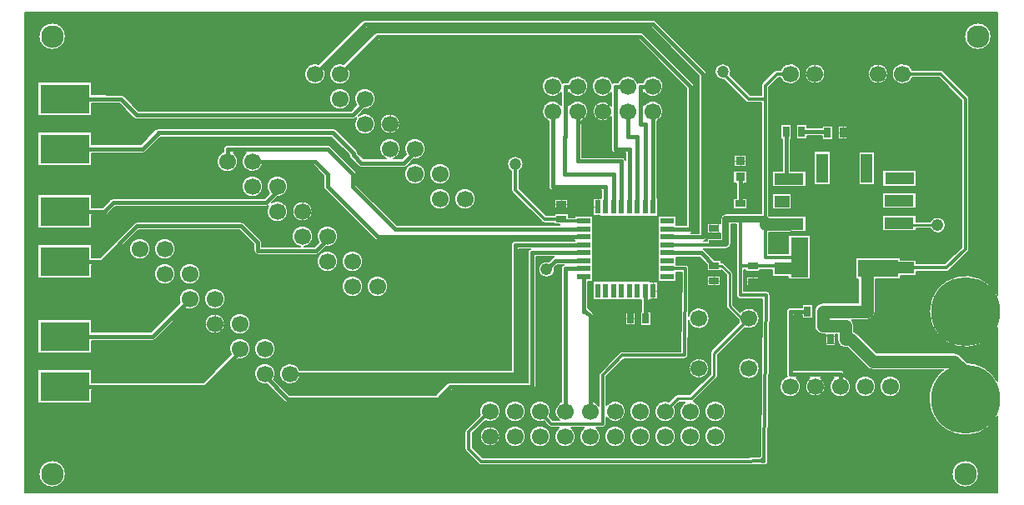
<source format=gtl>
G04 EasyPC Gerber Version 21.0.3 Build 4286 *
G04 #@! TF.Part,Single*
G04 #@! TF.FileFunction,Copper,L1,Top *
G04 #@! TF.FilePolarity,Positive *
%FSLAX24Y24*%
%MOIN*%
G04 #@! TA.AperFunction,SMDPad*
%ADD23R,0.02362X0.05807*%
%ADD25R,0.02559X0.03937*%
%ADD29R,0.04724X0.11811*%
%ADD73R,0.06969X0.16024*%
G04 #@! TD.AperFunction*
%ADD70C,0.00400*%
%ADD13C,0.00500*%
%ADD16C,0.01000*%
%ADD75C,0.01181*%
%ADD77C,0.01496*%
%ADD74C,0.01500*%
G04 #@! TA.AperFunction,WasherPad*
%ADD21C,0.02362*%
G04 #@! TD.AperFunction*
%ADD80C,0.02500*%
G04 #@! TA.AperFunction,ViaPad*
%ADD79C,0.04724*%
%ADD78C,0.04800*%
G04 #@! TD.AperFunction*
%ADD76C,0.05000*%
G04 #@! TA.AperFunction,ComponentPad*
%ADD11C,0.06693*%
G04 #@! TA.AperFunction,WasherPad*
%ADD20C,0.09055*%
%ADD10C,0.27559*%
G04 #@! TA.AperFunction,SMDPad*
%ADD22R,0.05807X0.02362*%
%ADD24R,0.03937X0.02559*%
%ADD26R,0.03740X0.03346*%
%ADD28R,0.05906X0.04724*%
%ADD27R,0.11811X0.04724*%
%ADD72R,0.16024X0.06969*%
G04 #@! TA.AperFunction,WasherPad*
%ADD71R,0.19685X0.11811*%
X0Y0D02*
D02*
D10*
X40525Y6025D03*
Y9525D03*
D02*
D11*
X7525Y12025D03*
X8525Y11025D03*
Y12025D03*
X9525Y10025D03*
Y11025D03*
X10525Y9025D03*
Y10025D03*
X11025Y15525D03*
X11525Y8025D03*
Y9025D03*
X12025Y14525D03*
Y15525D03*
X12525Y7025D03*
Y8025D03*
X13025Y13525D03*
Y14525D03*
X13525Y7025D03*
X14025Y12525D03*
Y13525D03*
X14525Y19025D03*
X15025Y11525D03*
Y12525D03*
X15525Y18025D03*
Y19025D03*
X16025Y10525D03*
Y11525D03*
X16525Y17025D03*
Y18025D03*
X17025Y10525D03*
X17525Y16025D03*
Y17025D03*
X18525Y15025D03*
Y16025D03*
X19525Y14025D03*
Y15025D03*
X20525Y14025D03*
X21525Y4525D03*
Y5525D03*
X22525Y4525D03*
Y5525D03*
X23525Y4525D03*
Y5525D03*
X24025Y17525D03*
Y18525D03*
X24525Y4525D03*
Y5525D03*
X25025Y17525D03*
Y18525D03*
X25525Y4525D03*
Y5525D03*
X26025Y17525D03*
Y18525D03*
X26525Y4525D03*
Y5525D03*
X27025Y17525D03*
Y18525D03*
X27525Y4525D03*
Y5525D03*
X28025Y17525D03*
Y18525D03*
X28525Y4525D03*
Y5525D03*
X29525Y4525D03*
Y5525D03*
X29875Y7245D03*
Y9245D03*
X30525Y4525D03*
Y5525D03*
X31875Y7245D03*
Y9245D03*
X33525Y6525D03*
X33533Y19025D03*
X34517D03*
X34525Y6525D03*
X35525D03*
X36525D03*
X37033Y19025D03*
X37525Y6525D03*
X38017Y19025D03*
D02*
D13*
X2940Y21468D02*
Y2283D01*
X41810*
Y5320*
G75*
G02X39059Y6025I-1285J705*
G01*
G75*
G02X39631Y7187I1466J0*
G01*
X36830*
G75*
G02X36591Y7286J338*
G01*
X35812Y8065*
X35747*
G75*
G02X35566Y8118J338*
G01*
X35531*
Y8143*
G75*
G02X35409Y8403I216J260*
G01*
Y8616*
X35330*
Y8141*
X34944*
Y8616*
X34830*
G75*
G02X34492Y8954J338*
G01*
Y9525*
G75*
G02X34614Y9785I338*
G01*
Y9810*
X34648*
G75*
G02X34830Y9863I182J-285*
G01*
X36254*
Y10805*
X36152*
Y11678*
X37930*
Y11589*
X38570*
Y11428*
X39698*
X40362Y12092*
Y17958*
X39458Y18862*
X38407*
G75*
G02X37594Y19025I-390J163*
G01*
G75*
G02X38407Y19188I423*
G01*
X39525*
G75*
G02X39640Y19140I0J-163*
G01*
X40640Y18140*
G75*
G02X40688Y18025I-115J-115*
G01*
Y12025*
G75*
G02X40640Y11910I-163*
G01*
X39880Y11150*
G75*
G02X39765Y11102I-115J115*
G01*
X38570*
Y10941*
X37930*
Y10805*
X36930*
Y9525*
G75*
G02X36592Y9187I-338*
G01*
X35992*
G75*
G02X36085Y8954I-245J-233*
G01*
Y8714*
G75*
G02X36191Y8642I-133J-311*
G01*
X36970Y7863*
X40078*
G75*
G02X40317Y7764J-338*
G01*
X40591Y7489*
G75*
G02X41810Y6730I-67J-1464*
G01*
Y8869*
G75*
G02X39082Y9525I-1285J656*
G01*
G75*
G02X41810Y10181I1443*
G01*
Y21468*
X2940*
X11102Y8025D02*
G75*
G02X11948I423D01*
G01*
G75*
G02X11443Y7610I-423*
G01*
X10243Y6410*
G75*
G02X10127Y6362I-115J115*
G01*
X5597*
Y5846*
X3453*
Y7204*
X5597*
Y6688*
X10060*
X11169Y7797*
G75*
G02X11102Y8025I356J228*
G01*
X3484Y3025D02*
G75*
G02X4566I541D01*
G01*
G75*
G02X3484I-541*
G01*
X9102Y10025D02*
G75*
G02X9948I423D01*
G01*
G75*
G02X9383Y9627I-423*
G01*
X8168Y8399*
G75*
G02X8041Y8346I-127J126*
G01*
X5597*
Y7846*
X3453*
Y9204*
X5597*
Y8704*
X7966*
X9129Y9879*
G75*
G02X9102Y10025I396J147*
G01*
X14602Y12525D02*
G75*
G02X15448I423D01*
G01*
G75*
G02X14967Y12106I-423*
G01*
X14692Y11831*
G75*
G02X14576Y11783I-115J115*
G01*
X12253*
G75*
G02X12090Y11946J163*
G01*
Y12194*
X11517Y12768*
X7478*
X6189Y11478*
G75*
G02X6033Y11362I-156J47*
G01*
X5597*
Y10846*
X3453*
Y12204*
X5597*
Y11688*
X5938*
X7295Y13046*
G75*
G02X7411Y13094I115J-115*
G01*
X11584*
G75*
G02X11699Y13046J-163*
G01*
X12368Y12377*
G75*
G02X12416Y12261I-115J-115*
G01*
Y12109*
X13949*
G75*
G02X13602Y12525I76J416*
G01*
G75*
G02X14448I423*
G01*
G75*
G02X14101Y12109I-423*
G01*
X14509*
X14680Y12281*
G75*
G02X14602Y12525I345J244*
G01*
Y11525D02*
G75*
G02X15448I423D01*
G01*
G75*
G02X14602I-423*
G01*
X33456Y12582D02*
X34329D01*
Y10804*
X33456*
Y10906*
X32807*
Y11167*
X32310*
Y11114*
X31740*
Y11167*
X31688*
Y10337*
X32568*
G75*
G02X32731Y10175J-163*
G01*
G75*
G02Y10172I-161J-1*
G01*
X32652Y3796*
Y3525*
Y3525*
Y3525*
G75*
G02X32489Y3362I-163*
G01*
X32427*
G75*
G02X32317Y3391I-16J163*
G01*
X31531Y3362*
G75*
G02X31525Y3362I-6J164*
G01*
X21179*
G75*
G02X21063Y3410I0J163*
G01*
X20563Y3910*
G75*
G02X20516Y4025I115J115*
G01*
Y4698*
G75*
G02X20563Y4813I163*
G01*
X21129Y5378*
G75*
G02X21102Y5525I396J147*
G01*
G75*
G02X21948I423*
G01*
G75*
G02X21351Y5140I-423*
G01*
X20841Y4631*
Y4092*
X21246Y3688*
X31522*
X32297Y3716*
G75*
G02X32327Y3739I114J-116*
G01*
Y3797*
G75*
G02Y3799I161J1*
G01*
X32404Y10012*
X31525*
G75*
G02X31362Y10175J163*
G01*
Y13004*
X31240*
Y13007*
X31167*
Y12232*
G75*
G02X30954Y12019I-213*
G01*
X30767*
Y12016*
X30197*
Y12020*
X30064*
G75*
G02X30097Y11993I-94J-152*
G01*
X30520Y11562*
X30767*
Y11484*
X30776*
G75*
G02X30874Y11443I0J-138*
G01*
X31193Y11124*
G75*
G02X31234Y11027I-98J-98*
G01*
Y9785*
X31530Y9489*
G75*
G02X32298Y9245I345J-244*
G01*
G75*
G02X31706Y8858I-423J0*
G01*
X30635Y7788*
Y6946*
G75*
G02X30590Y6837I-154*
G01*
X29685Y5932*
G75*
G02X29673Y5921I-109J109*
G01*
G75*
G02X29948Y5525I-148J-396*
G01*
G75*
G02X29102I-423*
G01*
G75*
G02X29307Y5887I423*
G01*
X29090*
X28909Y5701*
G75*
G02X28948Y5525I-384J-176*
G01*
G75*
G02X28102I-423*
G01*
G75*
G02X28689Y5915I423*
G01*
X28914Y6148*
G75*
G02X29025Y6194I111J-107*
G01*
X29513*
X30328Y7010*
Y7852*
G75*
G02X30373Y7961I154*
G01*
X31488Y9076*
G75*
G02X31460Y9169I387J170*
G01*
X30998Y9630*
G75*
G02X30958Y9728I98J98*
G01*
Y10969*
X30767Y11161*
Y11130*
X30197*
Y11381*
X29895Y11689*
X28985*
Y11385*
X29340*
G75*
G02X29487Y11238I0J-147*
G01*
G75*
G02Y11236I-146J-1*
G01*
X29466Y9349*
G75*
G02X30298Y9245I410J-103*
G01*
G75*
G02X29463Y9152I-423*
G01*
X29448Y7771*
G75*
G02X29300Y7626I-147J2*
G01*
X26881*
X26180Y6925*
Y5769*
G75*
G02X26948Y5525I345J-244*
G01*
G75*
G02X26180Y5281I-423*
G01*
Y5017*
G75*
G02X26033Y4870I-147*
G01*
X25769*
G75*
G02X25948Y4525I-244J-345*
G01*
G75*
G02X25102I-423*
G01*
G75*
G02X25281Y4870I423*
G01*
X24769*
G75*
G02X24948Y4525I-244J-345*
G01*
G75*
G02X24102I-423*
G01*
G75*
G02X24281Y4870I423*
G01*
X23986*
G75*
G02X23881Y4913I0J147*
G01*
X23668Y5127*
G75*
G02X23102Y5525I-143J398*
G01*
G75*
G02X23948I423*
G01*
G75*
G02X23893Y5318I-423J0*
G01*
X24047Y5164*
X24305*
G75*
G02X24362Y5915I220J361*
G01*
Y11238*
G75*
G02X24466Y11390I163*
G01*
X24211*
X24105Y11284*
G75*
G02X24117Y11198I-317J-86*
G01*
G75*
G02X23461I-328*
G01*
G75*
G02X23875Y11515I328*
G01*
X24028Y11668*
G75*
G02X24084Y11705I115J-115*
G01*
X23361*
Y6525*
G75*
G02X23198Y6362I-163*
G01*
X19998*
X19688Y6052*
Y6025*
G75*
G02X19525Y5862I-163*
G01*
X13434*
G75*
G02X13319Y5910J163*
G01*
X12617Y6612*
G75*
G02X12102Y7025I-92J413*
G01*
G75*
G02X12948I423*
G01*
G75*
G02X12886Y6804I-423J0*
G01*
X13502Y6188*
X19377*
G75*
G02X19410Y6235I148J-69*
G01*
X19815Y6640*
G75*
G02X19931Y6688I115J-115*
G01*
X23035*
Y11868*
G75*
G02X23139Y12019I163*
G01*
X22688*
Y7025*
G75*
G02X22525Y6862I-163*
G01*
X13915*
G75*
G02X13102Y7025I-390J163*
G01*
G75*
G02X13915Y7188I423*
G01*
X22362*
Y12182*
G75*
G02X22525Y12345I163*
G01*
X24892*
Y12362*
X17025*
G75*
G02X16910Y12410J163*
G01*
X14910Y14410*
G75*
G02X14862Y14525I115J115*
G01*
Y14957*
X14457Y15362*
X12415*
G75*
G02X11602Y15525I-390J163*
G01*
G75*
G02X11770Y15862I423*
G01*
X11280*
G75*
G02X11448Y15525I-255J-337*
G01*
G75*
G02X10602I-423*
G01*
G75*
G02X10862Y15915I423*
G01*
Y16025*
G75*
G02X11025Y16188I163*
G01*
X15025*
G75*
G02X15140Y16140J-163*
G01*
X16140Y15140*
G75*
G02X16188Y15025I-115J-115*
G01*
Y14593*
X17805Y12975*
X24321*
G75*
G02X24278Y13000I58J152*
G01*
X24094*
Y13053*
X23708*
G75*
G02X23593Y13101I0J163*
G01*
X22422Y14272*
G75*
G02X22374Y14387I115J115*
G01*
Y15130*
G75*
G02X22213Y15411I163J280*
G01*
G75*
G02X22861I324*
G01*
G75*
G02X22700Y15130I-324*
G01*
Y14455*
X23776Y13379*
X24094*
Y13432*
X24664*
Y13290*
X24892*
Y13333*
X25648*
Y10735*
X27932*
Y10712*
X28224*
Y10001*
X27932*
Y9978*
X27889*
Y9515*
X27971*
Y8945*
X27539*
Y9515*
X27563*
Y9978*
X25630*
Y10717*
X25433*
Y9664*
G75*
G02X25463Y9640I-85J-139*
G01*
X25640Y9463*
G75*
G02X25688Y9348I-115J-115*
G01*
Y5915*
G75*
G02X25886Y5745I-163J-390*
G01*
Y6986*
G75*
G02X25929Y7090I147J0*
G01*
X26716Y7877*
G75*
G02X26820Y7920I104J-104*
G01*
X29155*
X29191Y11091*
X28985*
Y10717*
X28229*
Y13315*
X25945*
Y13338*
X25653*
Y14049*
X25945*
Y14072*
X25988*
Y14362*
X24025*
G75*
G02X23862Y14525J163*
G01*
Y17135*
G75*
G02X23602Y17525I163J390*
G01*
G75*
G02X24362Y17780I423*
G01*
Y18270*
G75*
G02X23602Y18525I-337J255*
G01*
G75*
G02X24427Y18655I423*
G01*
G75*
G02X24525Y18688I98J-130*
G01*
X24635*
G75*
G02X25448Y18525I390J-163*
G01*
G75*
G02X24688Y18270I-423*
G01*
Y17780*
G75*
G02X25448Y17525I337J-255*
G01*
G75*
G02X25188Y17135I-423*
G01*
Y17031*
G75*
G02X25212Y16946I-139J-85*
G01*
Y15692*
X26781*
G75*
G02X26933Y15588J-163*
G01*
Y15862*
X26525*
G75*
G02X26362Y16025J163*
G01*
Y17310*
G75*
G02X25625Y17525I-337J215*
G01*
G75*
G02X26362Y17740I400*
G01*
Y18270*
G75*
G02X25602Y18525I-337J255*
G01*
G75*
G02X26427Y18655I423*
G01*
G75*
G02X26525Y18688I98J-130*
G01*
X26635*
G75*
G02X27427Y18655I390J-163*
G01*
G75*
G02X27525Y18688I98J-130*
G01*
X27635*
G75*
G02X28448Y18525I390J-163*
G01*
G75*
G02X27688Y18270I-423*
G01*
Y17780*
G75*
G02X28448Y17525I337J-255*
G01*
G75*
G02X28219Y17150I-423*
G01*
Y14072*
X28247*
Y13333*
X28985*
Y12975*
X29362*
Y18457*
X27457Y20362*
X17093*
X15916Y19185*
G75*
G02X15948Y19025I-391J-160*
G01*
G75*
G02X15102I-423*
G01*
G75*
G02X15685Y19416I423*
G01*
X16910Y20640*
G75*
G02X17025Y20688I115J-115*
G01*
X27525*
G75*
G02X27640Y20640J-163*
G01*
X29640Y18640*
G75*
G02X29688Y18525I-115J-115*
G01*
Y12812*
G75*
G02X29584Y12660I-163*
G01*
X29862*
Y18957*
X27957Y20862*
X16593*
X14916Y19185*
G75*
G02X14948Y19025I-391J-160*
G01*
G75*
G02X14102I-423*
G01*
G75*
G02X14685Y19416I423*
G01*
X16410Y21140*
G75*
G02X16525Y21188I115J-115*
G01*
X28025*
G75*
G02X28140Y21140J-163*
G01*
X30140Y19140*
G75*
G02X30188Y19025I-115J-115*
G01*
Y12497*
G75*
G02X30083Y12345I-163*
G01*
X30197*
Y12448*
X30741*
Y12649*
X30220*
Y13035*
X30741*
Y13220*
G75*
G02X30954Y13433I213*
G01*
X31240*
Y13436*
X31810*
Y13433*
X32362*
Y17862*
X31860*
G75*
G02X31745Y17910I0J163*
G01*
X30866Y18789*
G75*
G02X30512Y19112I-30J323*
G01*
G75*
G02X31160I324*
G01*
G75*
G02X31133Y18982I-324J0*
G01*
X31927Y18188*
X32362*
Y18549*
G75*
G02X32410Y18664I163*
G01*
X32886Y19140*
G75*
G02X33002Y19188I115J-115*
G01*
X33143*
G75*
G02X33956Y19025I390J-163*
G01*
G75*
G02X33143Y18862I-423*
G01*
X33069*
X32688Y18481*
Y13359*
X33482*
G75*
G02X33577Y13345J-338*
G01*
X34160*
Y12697*
X33577*
G75*
G02X33482Y12683I-96J324*
G01*
X32688*
Y11856*
X33456*
Y12582*
X15602Y10525D02*
G75*
G02X16448I423D01*
G01*
G75*
G02X15602I-423*
G01*
Y11525D02*
G75*
G02X16448I423D01*
G01*
G75*
G02X15602I-423*
G01*
X16602Y10525D02*
G75*
G02X17448I423D01*
G01*
G75*
G02X16602I-423*
G01*
X12602Y14525D02*
G75*
G02X13448I423D01*
G01*
G75*
G02X13026Y14102I-423*
G01*
X12815Y13892*
G75*
G02X13448Y13525I210J-367*
G01*
G75*
G02X12602I-423*
G01*
G75*
G02X12663Y13742I423J0*
G01*
G75*
G02X12568Y13712I-94J133*
G01*
X6533*
X6310Y13489*
G75*
G02X6151Y13362I-159J36*
G01*
X5597*
Y12846*
X3453*
Y14204*
X5597*
Y13688*
X6048*
X6351Y13991*
G75*
G02X6466Y14038I115J-115*
G01*
X12501*
X12708Y14246*
G75*
G02X12602Y14525I317J279*
G01*
X13625Y13525D02*
G75*
G02X14425I400D01*
G01*
G75*
G02X13625I-400*
G01*
X11602Y14525D02*
G75*
G02X12448I423D01*
G01*
G75*
G02X11602I-423*
G01*
X26952Y9492D02*
X27338D01*
Y8968*
X26952*
Y9492*
X24118Y14019D02*
X24641D01*
Y13633*
X24118*
Y14019*
X18102Y16025D02*
G75*
G02X18948I423D01*
G01*
G75*
G02X18487Y15604I-423*
G01*
X18206Y15324*
G75*
G02X18080Y15271I-126J126*
G01*
X16387*
G75*
G02X16261Y15324J179*
G01*
X15946Y15639*
G75*
G02X15894Y15765I126J127*
G01*
Y15770*
X15171Y16492*
X8352*
X7775Y15900*
G75*
G02X7647Y15846I-128J125*
G01*
X5597*
Y15346*
X3453*
Y16704*
X5597*
Y16204*
X7572*
X8149Y16795*
G75*
G02X8277Y16849I128J-125*
G01*
X15245*
G75*
G02X15372Y16797I0J-179*
G01*
X16199Y15970*
G75*
G02X16251Y15844I-126J-126*
G01*
Y15844*
Y15844*
Y15839*
X16461Y15629*
X17377*
G75*
G02X17102Y16025I148J396*
G01*
G75*
G02X17948I423*
G01*
G75*
G02X17673Y15629I-423*
G01*
X18006*
X18171Y15794*
G75*
G02X18102Y16025I354J231*
G01*
Y15025D02*
G75*
G02X18948I423D01*
G01*
G75*
G02X18102I-423*
G01*
X17125Y17025D02*
G75*
G02X17925I400D01*
G01*
G75*
G02X17125I-400*
G01*
X19102Y14025D02*
G75*
G02X19948I423D01*
G01*
G75*
G02X19102I-423*
G01*
Y15025D02*
G75*
G02X19948I423D01*
G01*
G75*
G02X19102I-423*
G01*
X20102Y14025D02*
G75*
G02X20948I423D01*
G01*
G75*
G02X20102I-423*
G01*
X16102Y18025D02*
G75*
G02X16948I423D01*
G01*
G75*
G02X16509Y17603I-423*
G01*
X16263Y17356*
G75*
G02X16948Y17025I262J-331*
G01*
G75*
G02X16102I-423*
G01*
G75*
G02X16194Y17287I423J0*
G01*
X16159Y17253*
G75*
G02X16033Y17201I-127J126*
G01*
X7411*
G75*
G02X7284Y17253J179*
G01*
X6706Y17831*
X5597Y17839*
Y17346*
X3453*
Y18704*
X5597*
Y18196*
X6782Y18188*
G75*
G02X6908Y18135I-1J-179*
G01*
X7485Y17558*
X15959*
X16181Y17780*
G75*
G02X16102Y18025I344J245*
G01*
X15102D02*
G75*
G02X15948I423D01*
G01*
G75*
G02X15102I-423*
G01*
X31688Y14046D02*
X31810D01*
Y13614*
X31240*
Y14046*
X31362*
Y14644*
X31250*
Y15154*
X31800*
Y14644*
X31688*
Y14046*
X31273Y15761D02*
X31777D01*
Y15297*
X31273*
Y15761*
X34803Y16956D02*
X35235D01*
Y16386*
X34803*
Y16547*
X34192*
Y16425*
X33760*
Y16995*
X34192*
Y16873*
X34803*
Y16956*
X34480Y15928D02*
X35129D01*
Y14571*
X34480*
Y15928*
X33529Y15148D02*
X34168D01*
Y14500*
X32811*
Y15148*
X33203*
Y16425*
X33150*
Y16995*
X33581*
Y16425*
X33529*
Y15148*
X32808Y14247D02*
X33575D01*
Y13598*
X32808*
Y14247*
X35688Y6915D02*
G75*
G02X35948Y6525I-163J-390D01*
G01*
G75*
G02X35102I-423*
G01*
G75*
G02X35270Y6862I423*
G01*
X34740*
G75*
G02X34925Y6525I-215J-337*
G01*
G75*
G02X34125I-400*
G01*
G75*
G02X34310Y6862I400*
G01*
X33780*
G75*
G02X33948Y6525I-255J-337*
G01*
G75*
G02X33102I-423*
G01*
G75*
G02X33395Y6927I423*
G01*
G75*
G02X33362Y7025I130J98*
G01*
Y9525*
G75*
G02X33525Y9688I163*
G01*
X34004*
Y9810*
X34436*
Y9240*
X34004*
Y9362*
X33688*
Y7188*
X35525*
G75*
G02X35688Y7025J-163*
G01*
Y6915*
X31763Y10913D02*
X32287D01*
Y10527*
X31763*
Y10913*
X21125Y4525D02*
G75*
G02X21925I400D01*
G01*
G75*
G02X21125I-400*
G01*
X31453Y7245D02*
G75*
G02X32298I423D01*
G01*
G75*
G02X31453I-423*
G01*
X30102Y4525D02*
G75*
G02X30948I423D01*
G01*
G75*
G02X30102I-423*
G01*
Y5525D02*
G75*
G02X30948I423D01*
G01*
G75*
G02X30102I-423*
G01*
X29102Y4525D02*
G75*
G02X29948I423D01*
G01*
G75*
G02X29102I-423*
G01*
X30220Y10929D02*
X30744D01*
Y10543*
X30220*
Y10929*
X29476Y7245D02*
G75*
G02X30275I400D01*
G01*
G75*
G02X29476I-400*
G01*
X27102Y4525D02*
G75*
G02X27948I423D01*
G01*
G75*
G02X27102I-423*
G01*
Y5525D02*
G75*
G02X27948I423D01*
G01*
G75*
G02X27102I-423*
G01*
X28102Y4525D02*
G75*
G02X28948I423D01*
G01*
G75*
G02X28102I-423*
G01*
X26102D02*
G75*
G02X26948I423D01*
G01*
G75*
G02X26102I-423*
G01*
X22102D02*
G75*
G02X22948I423D01*
G01*
G75*
G02X22102I-423*
G01*
Y5525D02*
G75*
G02X22948I423D01*
G01*
G75*
G02X22102I-423*
G01*
X23102Y4525D02*
G75*
G02X23948I423D01*
G01*
G75*
G02X23102I-423*
G01*
X12102Y8025D02*
G75*
G02X12948I423D01*
G01*
G75*
G02X12102I-423*
G01*
X8102Y11025D02*
G75*
G02X8948I423D01*
G01*
G75*
G02X8102I-423*
G01*
Y12025D02*
G75*
G02X8948I423D01*
G01*
G75*
G02X8102I-423*
G01*
X9102Y11025D02*
G75*
G02X9948I423D01*
G01*
G75*
G02X9102I-423*
G01*
X10102Y10025D02*
G75*
G02X10948I423D01*
G01*
G75*
G02X10102I-423*
G01*
X10125Y9025D02*
G75*
G02X10925I400D01*
G01*
G75*
G02X10125I-400*
G01*
X11102D02*
G75*
G02X11948I423D01*
G01*
G75*
G02X11102I-423*
G01*
X7102Y12025D02*
G75*
G02X7948I423D01*
G01*
G75*
G02X7102I-423*
G01*
X3484Y20525D02*
G75*
G02X4566I541D01*
G01*
G75*
G02X3484I-541*
G01*
X34117Y19025D02*
G75*
G02X34917I400D01*
G01*
G75*
G02X34117I-400*
G01*
X35436Y16932D02*
X35822D01*
Y16409*
X35436*
Y16932*
X36264Y15924D02*
X36912D01*
Y14567*
X36264*
Y15924*
X36633Y19025D02*
G75*
G02X37433I400D01*
G01*
G75*
G02X36633I-400*
G01*
X39121Y13108D02*
G75*
G02X39747Y12970I298J-138D01*
G01*
G75*
G02X39121Y12832I-328*
G01*
X38566*
Y12736*
X37209*
Y13385*
X38566*
Y13108*
X39121*
X37209Y14282D02*
X38566D01*
Y13634*
X37209*
Y14282*
X37213Y15172D02*
X38570D01*
Y14524*
X37213*
Y15172*
X40484Y20525D02*
G75*
G02X41566I541D01*
G01*
G75*
G02X40484I-541*
G01*
X39984Y3025D02*
G75*
G02X41066I541D01*
G01*
G75*
G02X39984I-541*
G01*
X37102Y6525D02*
G75*
G02X37948I423D01*
G01*
G75*
G02X37102I-423*
G01*
X36102D02*
G75*
G02X36948I423D01*
G01*
G75*
G02X36102I-423*
G01*
X2965Y3025D02*
G36*
Y2308D01*
X41785*
Y3025*
X41066*
G75*
G02X39984I-541*
G01*
X4566*
G75*
G02X3484I-541*
G01*
X2965*
G37*
X32661Y4525D02*
G36*
X32652Y3796D01*
Y3525*
Y3525*
Y3525*
G75*
G02X32489Y3362I-163*
G01*
X32427*
G75*
G02X32317Y3391I-16J163*
G01*
X31531Y3362*
G75*
G02X31525Y3362I-8J238*
G01*
X21179*
G75*
G02X21063Y3410I0J163*
G01*
X20563Y3910*
G75*
G02X20516Y4025I115J115*
G01*
Y4525*
X2965*
Y3025*
X3484*
G75*
G02X4566I541*
G01*
X39984*
G75*
G02X41066I541*
G01*
X41785*
Y4525*
X32661*
G37*
X32336D02*
G36*
X30948D01*
G75*
G02X30102I-423*
G01*
X29948*
G75*
G02X29102I-423*
G01*
X28948*
G75*
G02X28102I-423*
G01*
X27948*
G75*
G02X27102I-423*
G01*
X26948*
G75*
G02X26102I-423*
G01*
X25948*
G75*
G02X25102I-423*
G01*
X24948*
G75*
G02X24102I-423*
G01*
X23948*
G75*
G02X23102I-423*
G01*
X22948*
G75*
G02X22102I-423*
G01*
X21925*
G75*
G02X21125I-400*
G01*
X20841*
Y4092*
X21246Y3688*
X31522*
X32297Y3716*
G75*
G02X32327Y3739I114J-117*
G01*
Y3797*
Y3799*
X32336Y4525*
G37*
X39147Y5525D02*
G36*
X32674D01*
X32661Y4525*
X41785*
Y5276*
G75*
G02X39147Y5525I-1260J749*
G01*
G37*
X21102D02*
G36*
X2965D01*
Y4525*
X20516*
Y4698*
G75*
G02X20563Y4813I163J0*
G01*
X21129Y5378*
G75*
G02X21102Y5525I397J147*
G01*
G37*
X24102Y4525D02*
G36*
Y4525D01*
G75*
G02X24281Y4870I422*
G01*
X23986*
G75*
G02X23881Y4913I0J147*
G01*
X23668Y5127*
G75*
G02X23102Y5525I-143J398*
G01*
X22948*
G75*
G02X22102I-423*
G01*
X21948*
G75*
G02X21351Y5140I-423*
G01*
X20841Y4631*
Y4525*
X21125*
G75*
G02X21925I400*
G01*
X22102*
G75*
G02X22948I423*
G01*
X23102*
G75*
G02X23948I423*
G01*
X24102*
G37*
X25102D02*
G36*
Y4525D01*
G75*
G02X25281Y4870I422*
G01*
X24769*
G75*
G02X24948Y4525I-244J-345*
G01*
Y4525*
X25102*
G37*
X24102Y5525D02*
G36*
X23948D01*
G75*
G02X23893Y5318I-423J0*
G01*
X24047Y5164*
X24305*
G75*
G02X24102Y5525I220J361*
G01*
G37*
X32348D02*
G36*
X30948D01*
G75*
G02X30102I-423*
G01*
X29948*
G75*
G02X29102I-423*
G01*
X28948*
G75*
G02X28102I-423*
G01*
X27948*
G75*
G02X27102I-423*
G01*
X26948*
Y5525*
G75*
G02X26180Y5281I-423*
G01*
Y5017*
G75*
G02X26033Y4870I-147*
G01*
X25769*
G75*
G02X25948Y4525I-244J-345*
G01*
Y4525*
X26102*
G75*
G02X26948I423*
G01*
X27102*
G75*
G02X27948I423*
G01*
X28102*
G75*
G02X28948I423*
G01*
X29102*
G75*
G02X29948I423*
G01*
X30102*
G75*
G02X30948I423*
G01*
X32336*
X32348Y5525*
G37*
X39147Y6525D02*
G36*
X37948D01*
G75*
G02X37102I-423*
G01*
X36948*
G75*
G02X36102I-423*
G01*
X35948*
G75*
G02X35102I-423*
G01*
X34925*
G75*
G02X34125I-400*
G01*
X33948*
G75*
G02X33102I-423*
G01*
X32686*
X32674Y5525*
X39147*
G75*
G02X39059Y6025I1378J500*
G01*
G75*
G02X39147Y6525I1466J0*
G01*
G37*
X19700D02*
G36*
X13165D01*
X13502Y6188*
X19377*
G75*
G02X19410Y6235I149J-69*
G01*
X19700Y6525*
G37*
X25886D02*
G36*
X25688D01*
Y5915*
G75*
G02X25886Y5745I-163J-390*
G01*
Y6525*
G37*
X24102Y5525D02*
G36*
G75*
G02X24362Y5915I423D01*
G01*
Y6525*
X23361*
G75*
G02X23198Y6362I-163*
G01*
X19998*
X19688Y6052*
Y6025*
G75*
G02X19525Y5862I-163*
G01*
X13434*
G75*
G02X13319Y5910I0J163*
G01*
X12704Y6525*
X10358*
X10243Y6410*
G75*
G02X10127Y6362I-115J115*
G01*
X5597*
Y5846*
X3453*
Y6525*
X2965*
Y5525*
X21102*
G75*
G02X21948I423*
G01*
X22102*
G75*
G02X22948I423*
G01*
X23102*
G75*
G02X23948I423*
G01*
X24102*
G37*
X29102D02*
G36*
G75*
G02X29307Y5887I423J0D01*
G01*
X29090*
X28909Y5701*
G75*
G02X28948Y5525I-385J-176*
G01*
X29102*
G37*
X29843Y6525D02*
G36*
X26180D01*
Y5769*
G75*
G02X26948Y5525I345J-244*
G01*
Y5525*
X27102*
G75*
G02X27948I423*
G01*
X28102*
G75*
G02X28689Y5915I423*
G01*
X28914Y6148*
G75*
G02X29025Y6194I111J-107*
G01*
X29513*
X29843Y6525*
G37*
X32360D02*
G36*
X30278D01*
X29685Y5932*
G75*
G02X29673Y5921I-110J110*
G01*
G75*
G02X29948Y5525I-148J-396*
G01*
Y5525*
X30102*
G75*
G02X30948I423*
G01*
X32348*
X32360Y6525*
G37*
X3453D02*
G36*
Y7147D01*
X2965*
Y6525*
X3453*
G37*
X10519Y7147D02*
G36*
X5597D01*
Y6688*
X10060*
X10519Y7147*
G37*
X12704Y6525D02*
G36*
X12617Y6612D01*
G75*
G02X12102Y7025I-92J413*
G01*
Y7025*
G75*
G02X12120Y7147I423J0*
G01*
X10980*
X10358Y6525*
X12704*
G37*
X23035Y7147D02*
G36*
X22688D01*
Y7025*
G75*
G02X22525Y6862I-163*
G01*
X13915*
G75*
G02X13102Y7025I-390J163*
G01*
G75*
G02X13120Y7147I423J0*
G01*
X12930*
G75*
G02X12948Y7025I-405J-122*
G01*
G75*
G02X12886Y6804I-423*
G01*
X13165Y6525*
X19700*
X19815Y6640*
G75*
G02X19931Y6688I115J-115*
G01*
X23035*
Y7147*
G37*
X24362D02*
G36*
X23361D01*
Y6525*
X24362*
Y7147*
G37*
X25986D02*
G36*
X25688D01*
Y6525*
X25886*
Y6986*
Y6986*
G75*
G02X25929Y7090I147*
G01*
X25986Y7147*
G37*
X30328D02*
G36*
X30263D01*
G75*
G02X29488I-387J98*
G01*
X26402*
X26180Y6925*
Y6525*
X29843*
X30328Y7010*
Y7147*
G37*
X32368D02*
G36*
X32286D01*
G75*
G02X31464I-411J98*
G01*
X30635*
Y6946*
Y6946*
G75*
G02X30590Y6837I-154*
G01*
X30278Y6525*
X32360*
X32368Y7147*
G37*
X34125Y6525D02*
G36*
G75*
G02X34310Y6862I400J0D01*
G01*
X33780*
G75*
G02X33948Y6525I-255J-337*
G01*
X34125*
G37*
X33362Y7147D02*
G36*
X32694D01*
X32686Y6525*
X33102*
G75*
G02X33395Y6927I423J0*
G01*
G75*
G02X33362Y7025I130J98*
G01*
Y7025*
Y7147*
G37*
X35102Y6525D02*
G36*
G75*
G02X35270Y6862I423D01*
G01*
X34740*
G75*
G02X34925Y6525I-215J-337*
G01*
X35102*
G37*
X39147D02*
G36*
G75*
G02X39582Y7147I1378J-500D01*
G01*
X35633*
G75*
G02X35688Y7025I-108J-122*
G01*
Y6915*
G75*
G02X35948Y6525I-163J-390*
G01*
X36102*
G75*
G02X36948I423*
G01*
X37102*
G75*
G02X37948I423*
G01*
X39147*
G37*
X41785Y6774D02*
G36*
Y7147D01*
X41468*
G75*
G02X41785Y6774I-944J-1122*
G01*
G37*
X11102Y8025D02*
G36*
X5597D01*
Y7846*
X3453*
Y8025*
X2965*
Y7147*
X3453*
Y7204*
X5597*
Y7147*
X10519*
X11169Y7797*
G75*
G02X11102Y8025I356J228*
G01*
G37*
X22362D02*
G36*
X12948D01*
G75*
G02X12102I-423*
G01*
X11948*
Y8025*
G75*
G02X11443Y7610I-423*
G01*
X10980Y7147*
X12120*
G75*
G02X12930I405J-122*
G01*
X13120*
G75*
G02X13915Y7188I405J-122*
G01*
X22362*
Y8025*
G37*
X23035D02*
G36*
X22688D01*
Y7147*
X23035*
Y8025*
G37*
X24362D02*
G36*
X23361D01*
Y7147*
X24362*
Y8025*
G37*
X29156D02*
G36*
X25688D01*
Y7147*
X25986*
X26716Y7877*
G75*
G02X26820Y7920I104J-104*
G01*
X29155*
X29156Y8025*
G37*
X30437D02*
G36*
X29451D01*
X29448Y7771*
G75*
G02X29300Y7626I-147J2*
G01*
X26881*
X26402Y7147*
X29488*
G75*
G02X29476Y7245I387J98*
G01*
G75*
G02X30275I400*
G01*
G75*
G02X30263Y7147I-400J0*
G01*
X30328*
Y7852*
Y7852*
G75*
G02X30373Y7961I154*
G01*
X30437Y8025*
G37*
X32379D02*
G36*
X30872D01*
X30635Y7788*
Y7147*
X31464*
G75*
G02X31453Y7245I411J98*
G01*
G75*
G02X32298I423*
G01*
G75*
G02X32286Y7147I-423J0*
G01*
X32368*
X32379Y8025*
G37*
X33362Y7147D02*
G36*
Y8025D01*
X32705*
X32694Y7147*
X33362*
G37*
X39582D02*
G36*
G75*
G02X39631Y7187I943J-1122D01*
G01*
X36830*
G75*
G02X36591Y7286I0J338*
G01*
X35852Y8025*
X33688*
Y7188*
X35525*
G75*
G02X35633Y7147I0J-163*
G01*
X39582*
G37*
X41468D02*
G36*
X41785D01*
Y8025*
X36808*
X36970Y7863*
X40078*
G75*
G02X40317Y7764I0J-338*
G01*
X40591Y7489*
G75*
G02X41468Y7147I-67J-1465*
G01*
G37*
X3453Y9147D02*
G36*
X2965D01*
Y8025*
X3453*
Y9147*
G37*
X8405D02*
G36*
X5597D01*
Y8704*
X7966*
X8405Y9147*
G37*
X22362D02*
G36*
X11930D01*
G75*
G02X11948Y9025I-405J-122*
G01*
G75*
G02X11102I-423*
G01*
G75*
G02X11120Y9147I423J0*
G01*
X10906*
G75*
G02X10925Y9025I-381J-122*
G01*
G75*
G02X10125I-400*
G01*
G75*
G02X10144Y9147I400*
G01*
X8908*
X8168Y8399*
G75*
G02X8041Y8346I-127J126*
G01*
X5597*
Y8025*
X11102*
G75*
G02X11948I423*
G01*
X12102*
G75*
G02X12948I423*
G01*
X22362*
Y9147*
G37*
X23035D02*
G36*
X22688D01*
Y8025*
X23035*
Y9147*
G37*
X24362D02*
G36*
X23361D01*
Y8025*
X24362*
Y9147*
G37*
X29169D02*
G36*
X27971D01*
Y8945*
X27539*
Y9147*
X27338*
Y8968*
X26952*
Y9147*
X25688*
Y8025*
X29156*
X29169Y9147*
G37*
X31464D02*
G36*
X30286D01*
G75*
G02X29464I-411J98*
G01*
X29463*
X29451Y8025*
X30437*
X31488Y9076*
G75*
G02X31464Y9147I387J169*
G01*
G37*
X32393D02*
G36*
X32286D01*
G75*
G02X31706Y8858I-411J98*
G01*
X30872Y8025*
X32379*
X32393Y9147*
G37*
X33362D02*
G36*
X32718D01*
X32705Y8025*
X33362*
Y9147*
G37*
X35852Y8025D02*
G36*
X35812Y8065D01*
X35747*
G75*
G02X35566Y8118I0J338*
G01*
X35531*
Y8143*
G75*
G02X35409Y8403I216J260*
G01*
Y8616*
X35330*
Y8141*
X34944*
Y8616*
X34830*
G75*
G02X34492Y8954J338*
G01*
Y9147*
X33688*
Y8025*
X35852*
G37*
X39132Y9147D02*
G36*
X36025D01*
G75*
G02X36085Y8954I-278J-193*
G01*
Y8714*
G75*
G02X36191Y8642I-133J-311*
G01*
X36808Y8025*
X41785*
Y8823*
G75*
G02X39132Y9147I-1260J702*
G01*
G37*
X9102Y10025D02*
G36*
X2965D01*
Y9147*
X3453*
Y9204*
X5597*
Y9147*
X8405*
X9129Y9879*
G75*
G02X9102Y10025I397J147*
G01*
G37*
X22362D02*
G36*
X10948D01*
G75*
G02X10102I-423*
G01*
X9948*
G75*
G02X9383Y9627I-423*
G01*
X8908Y9147*
X10144*
G75*
G02X10906I381J-122*
G01*
X11120*
G75*
G02X11930I405J-122*
G01*
X22362*
Y10025*
G37*
X23035D02*
G36*
X22688D01*
Y9147*
X23035*
Y10025*
G37*
X24362Y9147D02*
G36*
Y10025D01*
X23361*
Y9147*
X24362*
G37*
X25630Y10025D02*
G36*
X25433D01*
Y9664*
G75*
G02X25463Y9640I-84J-138*
G01*
X25640Y9463*
G75*
G02X25688Y9348I-115J-115*
G01*
Y9348*
Y9147*
X26952*
Y9492*
X27338*
Y9147*
X27539*
Y9515*
X27563*
Y9978*
X25630*
Y10025*
G37*
X29179D02*
G36*
X28224D01*
Y10001*
X27932*
Y9978*
X27889*
Y9515*
X27971*
Y9147*
X29169*
X29179Y10025*
G37*
X29464Y9147D02*
G36*
G75*
G02X29463Y9152I412J98D01*
G01*
X29463Y9147*
X29464*
G37*
X31464D02*
G36*
G75*
G02X31460Y9169I411J98D01*
G01*
X30998Y9630*
G75*
G02X30958Y9728I98J98*
G01*
Y10025*
X29473*
X29466Y9349*
G75*
G02X30298Y9245I410J-103*
G01*
G75*
G02X30286Y9147I-423J0*
G01*
X31464*
G37*
X31461Y10025D02*
G36*
X31234D01*
Y9785*
X31530Y9489*
G75*
G02X32298Y9245I345J-244*
G01*
G75*
G02X32286Y9147I-423J0*
G01*
X32393*
X32404Y10012*
X31525*
G75*
G02X31461Y10025I0J163*
G01*
G37*
X36254D02*
G36*
X32729D01*
X32718Y9147*
X33362*
Y9525*
G75*
G02X33525Y9688I163*
G01*
X34004*
Y9810*
X34436*
Y9240*
X34004*
Y9362*
X33688*
Y9147*
X34492*
Y9525*
G75*
G02X34614Y9785I338J0*
G01*
Y9810*
X34648*
G75*
G02X34830Y9863I182J-284*
G01*
X36254*
Y10025*
G37*
X39171D02*
G36*
X36930D01*
Y9525*
G75*
G02X36592Y9187I-338*
G01*
X35992*
G75*
G02X36025Y9147I-245J-233*
G01*
X39132*
G75*
G02X39082Y9525I1393J378*
G01*
G75*
G02X39171Y10025I1443J0*
G01*
G37*
X22362Y10525D02*
G36*
X17448D01*
G75*
G02X16602I-423*
G01*
X16448*
G75*
G02X15602I-423*
G01*
X2965*
Y10025*
X9102*
G75*
G02X9948I423*
G01*
X10102*
G75*
G02X10948I423*
G01*
X22362*
Y10525*
G37*
X23035D02*
G36*
X22688D01*
Y10025*
X23035*
Y10525*
G37*
X24362D02*
G36*
X23361D01*
Y10025*
X24362*
Y10525*
G37*
X25630D02*
G36*
X25433D01*
Y10025*
X25630*
Y10525*
G37*
X29185D02*
G36*
X28224D01*
Y10025*
X29179*
X29185Y10525*
G37*
X30958D02*
G36*
X29479D01*
X29473Y10025*
X30958*
Y10525*
G37*
X31461Y10025D02*
G36*
G75*
G02X31362Y10175I64J150D01*
G01*
Y10525*
X31234*
Y10025*
X31461*
G37*
X36254Y10525D02*
G36*
X31688D01*
Y10337*
X32568*
G75*
G02X32731Y10175J-163*
G01*
Y10172*
X32729Y10025*
X36254*
Y10525*
G37*
X39171Y10025D02*
G36*
G75*
G02X39485Y10525I1354J-500D01*
G01*
X36930*
Y10025*
X39171*
G37*
X41785Y10227D02*
G36*
Y10525D01*
X41565*
G75*
G02X41785Y10227I-1040J-1000*
G01*
G37*
X15602Y10525D02*
G36*
G75*
G02X15650Y10720I423J0D01*
G01*
X9817*
G75*
G02X9233I-292J305*
G01*
X8817*
G75*
G02X8233I-292J305*
G01*
X2965*
Y10525*
X15602*
G37*
X16602D02*
G36*
G75*
G02X16650Y10720I423J0D01*
G01*
X16400*
G75*
G02X16448Y10525I-375J-195*
G01*
X16602*
G37*
X22362Y10720D02*
G36*
X17400D01*
G75*
G02X17448Y10525I-375J-195*
G01*
X22362*
Y10720*
G37*
X23035D02*
G36*
X22688D01*
Y10525*
X23035*
Y10720*
G37*
X24362D02*
G36*
X23361D01*
Y10525*
X24362*
Y10720*
G37*
X25630Y10525D02*
G36*
Y10717D01*
X25433*
Y10525*
X25630*
G37*
X29187Y10720D02*
G36*
X28985D01*
Y10717*
X28229*
Y10720*
X27932*
Y10712*
X28224*
Y10525*
X29185*
X29187Y10720*
G37*
X30958D02*
G36*
X30744D01*
Y10543*
X30220*
Y10720*
X29481*
X29479Y10525*
X30958*
Y10720*
G37*
X31362D02*
G36*
X31234D01*
Y10525*
X31362*
Y10720*
G37*
X36254D02*
G36*
X32287D01*
Y10527*
X31763*
Y10720*
X31688*
Y10525*
X36254*
Y10720*
G37*
X39485Y10525D02*
G36*
G75*
G02X39716Y10720I1040J-1000D01*
G01*
X36930*
Y10525*
X39485*
G37*
X41565D02*
G36*
X41785D01*
Y10720*
X41334*
G75*
G02X41565Y10525I-809J-1195*
G01*
G37*
X22362Y11525D02*
G36*
X16448D01*
G75*
G02X15602I-423*
G01*
X15448*
G75*
G02X14602I-423*
G01*
X6236*
X6189Y11478*
G75*
G02X6033Y11362I-156J47*
G01*
X5597*
Y10846*
X3453*
Y11525*
X2965*
Y10720*
X8233*
G75*
G02X8102Y11025I292J305*
G01*
G75*
G02X8948I423*
G01*
G75*
G02X8817Y10720I-423*
G01*
X9233*
G75*
G02X9102Y11025I292J305*
G01*
G75*
G02X9948I423*
G01*
G75*
G02X9817Y10720I-423*
G01*
X15650*
G75*
G02X16400I375J-195*
G01*
X16650*
G75*
G02X17400I375J-195*
G01*
X22362*
Y11525*
G37*
X23035D02*
G36*
X22688D01*
Y10720*
X23035*
Y11525*
G37*
X23885D02*
G36*
X23817D01*
G75*
G02X23875Y11515I-28J-327*
G01*
X23885Y11525*
G37*
X24362Y10720D02*
G36*
Y11238D01*
G75*
G02X24466Y11390I163*
G01*
X24211*
X24105Y11284*
G75*
G02X24117Y11198I-315J-86*
G01*
Y11198*
G75*
G02X23461I-328*
G01*
G75*
G02X23761Y11525I328*
G01*
X23361*
Y10720*
X24362*
G37*
X28229Y11525D02*
G36*
X25648D01*
Y10735*
X27932*
Y10720*
X28229*
Y11525*
G37*
X29187Y10720D02*
G36*
X29191Y11091D01*
X28985*
Y10720*
X29187*
G37*
X30958D02*
G36*
Y10969D01*
X30767Y11161*
Y11130*
X30197*
Y11381*
X30056Y11525*
X28985*
Y11385*
X29340*
G75*
G02X29487Y11238I0J-147*
G01*
Y11236*
X29481Y10720*
X30220*
Y10929*
X30744*
Y10720*
X30958*
G37*
X31362Y11525D02*
G36*
X30767D01*
Y11484*
X30776*
G75*
G02X30874Y11443I0J-138*
G01*
X31193Y11124*
G75*
G02X31234Y11027I-98J-98*
G01*
Y10720*
X31362*
Y11525*
G37*
X36152D02*
G36*
X34329D01*
Y10804*
X33456*
Y10906*
X32807*
Y11167*
X32310*
Y11114*
X31740*
Y11167*
X31688*
Y10720*
X31763*
Y10913*
X32287*
Y10720*
X36254*
Y10805*
X36152*
Y11525*
G37*
X39795D02*
G36*
X38570D01*
Y11428*
X39698*
X39795Y11525*
G37*
X41334Y10720D02*
G36*
X41785D01*
Y11525*
X40255*
X39880Y11150*
G75*
G02X39765Y11102I-115J115*
G01*
X38570*
Y10941*
X37930*
Y10805*
X36930*
Y10720*
X39716*
G75*
G02X41334I809J-1195*
G01*
G37*
X3453Y11525D02*
G36*
Y11970D01*
X2965*
Y11525*
X3453*
G37*
X6220Y11970D02*
G36*
X5597D01*
Y11688*
X5938*
X6220Y11970*
G37*
X22362D02*
G36*
X14830D01*
X14692Y11831*
G75*
G02X14576Y11783I-115J115*
G01*
X12253*
G75*
G02X12090Y11946J163*
G01*
Y11970*
X8944*
G75*
G02X8106I-419J55*
G01*
X7944*
G75*
G02X7106I-419J55*
G01*
X6681*
X6236Y11525*
X14602*
G75*
G02X15448I423*
G01*
X15602*
G75*
G02X16448I423*
G01*
X22362*
Y11970*
G37*
X23885Y11525D02*
G36*
X24028Y11668D01*
G75*
G02X24084Y11705I115J-115*
G01*
X23361*
Y11525*
X23761*
G75*
G02X23817I28J-327*
G01*
X23885*
G37*
X23071Y11970D02*
G36*
X22688D01*
Y11525*
X23035*
Y11868*
G75*
G02X23071Y11970I163*
G01*
G37*
X28229D02*
G36*
X25648D01*
Y11525*
X28229*
Y11970*
G37*
X30056Y11525D02*
G36*
X29895Y11689D01*
X28985*
Y11525*
X30056*
G37*
X31362D02*
G36*
Y11970D01*
X30120*
X30520Y11562*
X30767*
Y11525*
X31362*
G37*
X33456Y11970D02*
G36*
X32688D01*
Y11856*
X33456*
Y11970*
G37*
X40240D02*
G36*
X34329D01*
Y11525*
X36152*
Y11678*
X37930*
Y11589*
X38570*
Y11525*
X39795*
X40240Y11970*
G37*
X40678D02*
G36*
G75*
G02X40640Y11910I-153J55D01*
G01*
X40255Y11525*
X41785*
Y11970*
X40678*
G37*
X7263Y13013D02*
G36*
X5597D01*
Y12846*
X3453*
Y13013*
X2965*
Y11970*
X3453*
Y12204*
X5597*
Y11970*
X6220*
X7263Y13013*
G37*
X12090Y11970D02*
G36*
Y12194D01*
X11517Y12768*
X7478*
X6681Y11970*
X7106*
G75*
G02X7102Y12025I419J55*
G01*
G75*
G02X7948I423*
G01*
G75*
G02X7944Y11970I-423J0*
G01*
X8106*
G75*
G02X8102Y12025I419J55*
G01*
G75*
G02X8948I423*
G01*
G75*
G02X8944Y11970I-423J0*
G01*
X12090*
G37*
X22362D02*
G36*
Y12182D01*
G75*
G02X22525Y12345I163*
G01*
X24892*
Y12362*
X17025*
G75*
G02X16910Y12410I0J163*
G01*
X16306Y13013*
X11732*
X12368Y12377*
G75*
G02X12416Y12261I-115J-115*
G01*
Y12261*
Y12109*
X13949*
G75*
G02X13602Y12525I76J416*
G01*
Y12525*
G75*
G02X14448I423*
G01*
Y12525*
G75*
G02X14101Y12109I-423*
G01*
X14509*
X14680Y12281*
G75*
G02X14602Y12525I345J244*
G01*
G75*
G02X15448I423*
G01*
Y12525*
G75*
G02X14967Y12106I-423*
G01*
X14830Y11970*
X22362*
G37*
X23071D02*
G36*
G75*
G02X23139Y12019I127J-102D01*
G01*
X22688*
Y11970*
X23071*
G37*
X24094Y13013D02*
G36*
X17767D01*
X17805Y12975*
X24321*
G75*
G02X24278Y13000I59J153*
G01*
X24094*
Y13013*
G37*
X29362D02*
G36*
X28985D01*
Y12975*
X29362*
Y13013*
G37*
X28229Y11970D02*
G36*
Y13013D01*
X25648*
Y11970*
X28229*
G37*
X29862Y13013D02*
G36*
X29688D01*
Y12812*
G75*
G02X29584Y12660I-163*
G01*
X29862*
Y13013*
G37*
X31362Y11970D02*
G36*
Y13004D01*
X31240*
Y13007*
X31167*
Y12232*
G75*
G02X30954Y12019I-213*
G01*
X30767*
Y12016*
X30197*
Y12020*
X30064*
G75*
G02X30097Y11993I-93J-152*
G01*
X30120Y11970*
X31362*
G37*
X30220Y13013D02*
G36*
X30188D01*
Y12497*
G75*
G02X30083Y12345I-163*
G01*
X30197*
Y12448*
X30741*
Y12649*
X30220*
Y13013*
G37*
X40362D02*
G36*
X39744D01*
G75*
G02X39747Y12970I-325J-43*
G01*
G75*
G02X39121Y12832I-328J0*
G01*
X38566*
Y12736*
X37209*
Y13013*
X34160*
Y12697*
X33577*
G75*
G02X33482Y12683I-96J324*
G01*
X32688*
Y11970*
X33456*
Y12582*
X34329*
Y11970*
X40240*
X40362Y12092*
Y13013*
G37*
X40688D02*
G36*
Y12025D01*
G75*
G02X40678Y11970I-163J0*
G01*
X41785*
Y13013*
X40688*
G37*
X3453Y13897D02*
G36*
X2965D01*
Y13013*
X3453*
Y13897*
G37*
X6257D02*
G36*
X5597D01*
Y13688*
X6048*
X6257Y13897*
G37*
X12824D02*
G36*
X12820D01*
X12815Y13892*
G75*
G02X12824Y13897I210J-367*
G01*
G37*
X16306Y13013D02*
G36*
X15422Y13897D01*
X14171*
G75*
G02X14425Y13525I-146J-372*
G01*
G75*
G02X13625I-400*
G01*
G75*
G02X13879Y13897I400*
G01*
X13226*
G75*
G02X13448Y13525I-201J-372*
G01*
G75*
G02X12602I-423*
G01*
G75*
G02X12663Y13742I423J0*
G01*
G75*
G02X12568Y13712I-94J133*
G01*
X6533*
X6310Y13489*
G75*
G02X6151Y13362I-159J36*
G01*
X5597*
Y13013*
X7263*
X7295Y13046*
G75*
G02X7411Y13094I115J-115*
G01*
X11584*
G75*
G02X11699Y13046I0J-163*
G01*
X11732Y13013*
X16306*
G37*
X24094D02*
G36*
Y13053D01*
X23708*
G75*
G02X23593Y13101I0J163*
G01*
X22797Y13897*
X20928*
G75*
G02X20122I-403J128*
G01*
X19928*
G75*
G02X19122I-403J128*
G01*
X16883*
X17767Y13013*
X24094*
G37*
X28229D02*
G36*
Y13315D01*
X25945*
Y13338*
X25653*
Y13897*
X24641*
Y13633*
X24118*
Y13897*
X23257*
X23776Y13379*
X24094*
Y13432*
X24664*
Y13290*
X24892*
Y13333*
X25648*
Y13013*
X28229*
G37*
X29362Y13897D02*
G36*
X28247D01*
Y13333*
X28985*
Y13013*
X29362*
Y13897*
G37*
X29862D02*
G36*
X29688D01*
Y13013*
X29862*
Y13897*
G37*
X30220Y13013D02*
G36*
Y13035D01*
X30741*
Y13220*
G75*
G02X30954Y13433I213*
G01*
X31240*
Y13436*
X31810*
Y13433*
X32362*
Y13897*
X31810*
Y13614*
X31240*
Y13897*
X30188*
Y13013*
X30220*
G37*
X40362Y13897D02*
G36*
X38566D01*
Y13634*
X37209*
Y13897*
X33575*
Y13598*
X32808*
Y13897*
X32688*
Y13359*
X33482*
G75*
G02X33577Y13345J-338*
G01*
X34160*
Y13013*
X37209*
Y13385*
X38566*
Y13108*
X39121*
G75*
G02X39744Y13013I298J-138*
G01*
X40362*
Y13897*
G37*
X40688D02*
G36*
Y13013D01*
X41785*
Y13897*
X40688*
G37*
X12602Y14525D02*
G36*
X12448D01*
G75*
G02X11602I-423*
G01*
X2965*
Y13897*
X3453*
Y14204*
X5597*
Y13897*
X6257*
X6351Y13991*
G75*
G02X6466Y14038I115J-115*
G01*
X12501*
X12708Y14246*
G75*
G02X12602Y14525I317J279*
G01*
G37*
X15422Y13897D02*
G36*
X14910Y14410D01*
G75*
G02X14862Y14525I115J115*
G01*
Y14525*
X13448*
Y14525*
G75*
G02X13026Y14102I-423*
G01*
X12820Y13897*
X12824*
G75*
G02X13226I201J-372*
G01*
X13879*
G75*
G02X14171I146J-372*
G01*
X15422*
G37*
X22797D02*
G36*
X22422Y14272D01*
G75*
G02X22374Y14387I115J115*
G01*
Y14525*
X16256*
X16883Y13897*
X19122*
G75*
G02X19102Y14025I403J128*
G01*
G75*
G02X19948I423*
G01*
G75*
G02X19928Y13897I-423J0*
G01*
X20122*
G75*
G02X20102Y14025I403J128*
G01*
G75*
G02X20948I423*
G01*
G75*
G02X20928Y13897I-423J0*
G01*
X22797*
G37*
X25653D02*
G36*
Y14049D01*
X25945*
Y14072*
X25988*
Y14362*
X24025*
G75*
G02X23862Y14525J163*
G01*
X22700*
Y14455*
X23257Y13897*
X24118*
Y14019*
X24641*
Y13897*
X25653*
G37*
X29362Y14525D02*
G36*
X28219D01*
Y14072*
X28247*
Y13897*
X29362*
Y14525*
G37*
X29862D02*
G36*
X29688D01*
Y13897*
X29862*
Y14525*
G37*
X31240Y13897D02*
G36*
Y14046D01*
X31362*
Y14525*
X30188*
Y13897*
X31240*
G37*
X32362Y14525D02*
G36*
X31688D01*
Y14046*
X31810*
Y13897*
X32362*
Y14525*
G37*
X40362D02*
G36*
X38570D01*
Y14524*
X37213*
Y14525*
X34168*
Y14500*
X32811*
Y14525*
X32688*
Y13897*
X32808*
Y14247*
X33575*
Y13897*
X37209*
Y14282*
X38566*
Y13897*
X40362*
Y14525*
G37*
X40688D02*
G36*
Y13897D01*
X41785*
Y14525*
X40688*
G37*
X14862D02*
G36*
Y14957D01*
X14794Y15025*
X2965*
Y14525*
X11602*
G75*
G02X12448I423*
G01*
X12602*
G75*
G02X13448I423*
G01*
X14862*
G37*
X22374Y15025D02*
G36*
X19948D01*
G75*
G02X19102I-423*
G01*
X18948*
G75*
G02X18102I-423*
G01*
X16188*
Y14593*
X16256Y14525*
X22374*
Y15025*
G37*
X23862D02*
G36*
X22700D01*
Y14525*
X23862*
Y15025*
G37*
X29362D02*
G36*
X28219D01*
Y14525*
X29362*
Y15025*
G37*
X29862D02*
G36*
X29688D01*
Y14525*
X29862*
Y15025*
G37*
X31250D02*
G36*
X30188D01*
Y14525*
X31362*
Y14644*
X31250*
Y15025*
G37*
X32362D02*
G36*
X31800D01*
Y14644*
X31688*
Y14525*
X32362*
Y15025*
G37*
X32811D02*
G36*
X32688D01*
Y14525*
X32811*
Y15025*
G37*
X37213D02*
G36*
X36912D01*
Y14567*
X36264*
Y15025*
X35129*
Y14571*
X34480*
Y15025*
X34168*
Y14525*
X37213*
Y15025*
G37*
X40362D02*
G36*
X38570D01*
Y14525*
X40362*
Y15025*
G37*
X40688D02*
G36*
Y14525D01*
X41785*
Y15025*
X40688*
G37*
X14794D02*
G36*
X14457Y15362D01*
X12415*
G75*
G02X11602Y15525I-390J163*
G01*
G75*
G02Y15529I423J2*
G01*
X11448*
G75*
G02Y15525I-423J-2*
G01*
G75*
G02X10602I-423*
G01*
Y15525*
G75*
G02Y15529I423J2*
G01*
X5597*
Y15346*
X3453*
Y15529*
X2965*
Y15025*
X14794*
G37*
X22235Y15529D02*
G36*
X18412D01*
X18206Y15324*
G75*
G02X18080Y15271I-126J126*
G01*
X16387*
G75*
G02X16261Y15324J179*
G01*
X16056Y15529*
X15752*
X16140Y15140*
G75*
G02X16188Y15025I-115J-115*
G01*
Y15025*
X18102*
G75*
G02X18948I423*
G01*
X19102*
G75*
G02X19948I423*
G01*
X22374*
Y15130*
G75*
G02X22213Y15411I163J280*
G01*
Y15411*
G75*
G02X22235Y15529I324*
G01*
G37*
X23862D02*
G36*
X22839D01*
G75*
G02X22861Y15411I-302J-118*
G01*
Y15411*
G75*
G02X22700Y15130I-324*
G01*
Y15025*
X23862*
Y15529*
G37*
X29362D02*
G36*
X28219D01*
Y15025*
X29362*
Y15529*
G37*
X29862D02*
G36*
X29688D01*
Y15025*
X29862*
Y15529*
G37*
X32362D02*
G36*
X31777D01*
Y15297*
X31273*
Y15529*
X30188*
Y15025*
X31250*
Y15154*
X31800*
Y15025*
X32362*
Y15529*
G37*
X32811Y15025D02*
G36*
Y15148D01*
X33203*
Y15529*
X32688*
Y15025*
X32811*
G37*
X34480Y15529D02*
G36*
X33529D01*
Y15148*
X34168*
Y15025*
X34480*
Y15529*
G37*
X36264D02*
G36*
X35129D01*
Y15025*
X36264*
Y15529*
G37*
X40362D02*
G36*
X36912D01*
Y15025*
X37213*
Y15172*
X38570*
Y15025*
X40362*
Y15529*
G37*
X40688D02*
G36*
Y15025D01*
X41785*
Y15529*
X40688*
G37*
X3453Y16060D02*
G36*
X2965D01*
Y15529*
X3453*
Y16060*
G37*
X10866D02*
G36*
X7931D01*
X7775Y15900*
G75*
G02X7647Y15846I-128J125*
G01*
X5597*
Y15529*
X10602*
G75*
G02X10862Y15915I423J-4*
G01*
Y16025*
G75*
G02X10866Y16060I163*
G01*
G37*
X11602Y15529D02*
G36*
G75*
G02X11770Y15862I423J-4D01*
G01*
X11280*
G75*
G02X11448Y15529I-255J-337*
G01*
X11602*
G37*
X17104Y16060D02*
G36*
X16108D01*
X16199Y15970*
G75*
G02X16251Y15844I-127J-126*
G01*
Y15844*
Y15844*
Y15839*
X16461Y15629*
X17377*
G75*
G02X17102Y16025I147J396*
G01*
Y16025*
G75*
G02X17104Y16060I423J0*
G01*
G37*
X16056Y15529D02*
G36*
X15946Y15639D01*
G75*
G02X15894Y15765I126J127*
G01*
Y15770*
X15603Y16060*
X15220*
X15752Y15529*
X16056*
G37*
X18104Y16060D02*
G36*
X17946D01*
G75*
G02X17948Y16025I-421J-36*
G01*
G75*
G02X17673Y15629I-423*
G01*
X18006*
X18171Y15794*
G75*
G02X18102Y16025I354J231*
G01*
G75*
G02X18104Y16060I423J0*
G01*
G37*
X23862Y15529D02*
G36*
Y16060D01*
X18946*
G75*
G02X18948Y16025I-421J-36*
G01*
G75*
G02X18487Y15604I-423*
G01*
X18412Y15529*
X22235*
G75*
G02X22839I302J-118*
G01*
X23862*
G37*
X26362Y16060D02*
G36*
X25212D01*
Y15692*
X26781*
G75*
G02X26933Y15588J-163*
G01*
Y15862*
X26525*
G75*
G02X26362Y16025J163*
G01*
Y16060*
G37*
X29362D02*
G36*
X28219D01*
Y15529*
X29362*
Y16060*
G37*
X29862D02*
G36*
X29688D01*
Y15529*
X29862*
Y16060*
G37*
X32362D02*
G36*
X30188D01*
Y15529*
X31273*
Y15761*
X31777*
Y15529*
X32362*
Y16060*
G37*
X33203D02*
G36*
X32688D01*
Y15529*
X33203*
Y16060*
G37*
X40362D02*
G36*
X33529D01*
Y15529*
X34480*
Y15928*
X35129*
Y15529*
X36264*
Y15924*
X36912*
Y15529*
X40362*
Y16060*
G37*
X40688D02*
G36*
Y15529D01*
X41785*
Y16060*
X40688*
G37*
X3453D02*
G36*
Y16690D01*
X2965*
Y16060*
X3453*
G37*
X8046Y16690D02*
G36*
X5597D01*
Y16204*
X7572*
X8046Y16690*
G37*
X15220Y16060D02*
G36*
X15603D01*
X15171Y16492*
X8352*
X7931Y16060*
X10866*
G75*
G02X11025Y16188I159J-36*
G01*
X15025*
G75*
G02X15140Y16140I0J-163*
G01*
X15220Y16060*
G37*
X23862Y16690D02*
G36*
X17743D01*
G75*
G02X17307I-218J335*
G01*
X16783*
G75*
G02X16267I-258J335*
G01*
X15479*
X16108Y16060*
X17104*
G75*
G02X17946I421J-35*
G01*
X18104*
G75*
G02X18946I421J-35*
G01*
X23862*
Y16690*
G37*
X26362D02*
G36*
X25212D01*
Y16060*
X26362*
Y16690*
G37*
X29362D02*
G36*
X28219D01*
Y16060*
X29362*
Y16690*
G37*
X29862D02*
G36*
X29688D01*
Y16060*
X29862*
Y16690*
G37*
X32362D02*
G36*
X30188D01*
Y16060*
X32362*
Y16690*
G37*
X33150D02*
G36*
X32688D01*
Y16060*
X33203*
Y16425*
X33150*
Y16690*
G37*
X40362D02*
G36*
X35822D01*
Y16409*
X35436*
Y16690*
X35235*
Y16386*
X34803*
Y16547*
X34192*
Y16425*
X33760*
Y16690*
X33581*
Y16425*
X33529*
Y16060*
X40362*
Y16690*
G37*
X40688D02*
G36*
Y16060D01*
X41785*
Y16690*
X40688*
G37*
X16102Y17025D02*
G36*
X2965D01*
Y16690*
X3453*
Y16704*
X5597*
Y16690*
X8046*
X8149Y16795*
G75*
G02X8277Y16849I128J-125*
G01*
X15245*
G75*
G02X15372Y16797I0J-179*
G01*
X15479Y16690*
X16267*
G75*
G02X16102Y17025I258J335*
G01*
G37*
X17125D02*
G36*
X16948D01*
G75*
G02X16783Y16690I-423*
G01*
X17307*
G75*
G02X17125Y17025I218J335*
G01*
G37*
X23862Y16690D02*
G36*
Y17025D01*
X17925*
G75*
G02X17743Y16690I-400*
G01*
X23862*
G37*
X26362Y17025D02*
G36*
X25191D01*
G75*
G02X25212Y16946I-143J-79*
G01*
Y16690*
X26362*
Y17025*
G37*
X29362D02*
G36*
X28219D01*
Y16690*
X29362*
Y17025*
G37*
X29862D02*
G36*
X29688D01*
Y16690*
X29862*
Y17025*
G37*
X32362D02*
G36*
X30188D01*
Y16690*
X32362*
Y17025*
G37*
X40362D02*
G36*
X32688D01*
Y16690*
X33150*
Y16995*
X33581*
Y16690*
X33760*
Y16995*
X34192*
Y16873*
X34803*
Y16956*
X35235*
Y16690*
X35436*
Y16932*
X35822*
Y16690*
X40362*
Y17025*
G37*
X40688D02*
G36*
Y16690D01*
X41785*
Y17025*
X40688*
G37*
X16102D02*
G36*
Y17025D01*
G75*
G02X16194Y17287I422*
G01*
X16159Y17253*
G75*
G02X16033Y17201I-127J126*
G01*
X7411*
G75*
G02X7284Y17253J179*
G01*
X6706Y17831*
X5597Y17839*
Y17346*
X3453*
Y18025*
X2965*
Y17025*
X16102*
G37*
Y18025D02*
G36*
X15948D01*
G75*
G02X15102I-423*
G01*
X7018*
X7485Y17558*
X15959*
X16181Y17780*
G75*
G02X16102Y18025I344J245*
G01*
Y18025*
G37*
X23862Y17025D02*
G36*
Y17135D01*
G75*
G02X23602Y17525I163J390*
G01*
Y17525*
G75*
G02X24362Y17780I423*
G01*
Y18025*
X16948*
G75*
G02X16509Y17603I-423J0*
G01*
X16263Y17356*
G75*
G02X16948Y17025I262J-331*
G01*
X17125*
G75*
G02X17925I400*
G01*
X23862*
G37*
X26362D02*
G36*
Y17310D01*
G75*
G02X25625Y17525I-337J215*
G01*
G75*
G02X26362Y17740I400*
G01*
Y18025*
X24688*
Y17780*
G75*
G02X25448Y17525I337J-255*
G01*
Y17525*
Y17525*
G75*
G02X25188Y17135I-423*
G01*
Y17031*
G75*
G02X25191Y17025I-140J-85*
G01*
X26362*
G37*
X29362Y18025D02*
G36*
X27688D01*
Y17780*
G75*
G02X28448Y17525I337J-255*
G01*
Y17525*
Y17525*
G75*
G02X28219Y17150I-423*
G01*
Y17025*
X29362*
Y18025*
G37*
X29862D02*
G36*
X29688D01*
Y17025*
X29862*
Y18025*
G37*
X31629D02*
G36*
X30188D01*
Y17025*
X32362*
Y17862*
X31860*
G75*
G02X31745Y17910I0J163*
G01*
X31629Y18025*
G37*
X40295D02*
G36*
X32688D01*
Y17025*
X40362*
Y17958*
X40295Y18025*
G37*
X40688D02*
G36*
Y17025D01*
X41785*
Y18025*
X40688*
G37*
X29362D02*
G36*
Y18457D01*
X28794Y19025*
X15948*
G75*
G02X15102I-423*
G01*
X14948*
G75*
G02X14102I-423*
G01*
X2965*
Y18025*
X3453*
Y18704*
X5597*
Y18196*
X6782Y18188*
G75*
G02X6908Y18135I-1J-179*
G01*
X7018Y18025*
X15102*
G75*
G02X15948I423*
G01*
X16102*
G75*
G02X16948I423*
G01*
X24362*
Y18270*
G75*
G02X23602Y18525I-337J255*
G01*
Y18525*
G75*
G02X24427Y18655I423*
G01*
G75*
G02X24525Y18688I98J-130*
G01*
X24635*
G75*
G02X25448Y18525I390J-163*
G01*
Y18525*
G75*
G02X24688Y18270I-423*
G01*
Y18025*
X26362*
Y18270*
G75*
G02X25602Y18525I-337J255*
G01*
Y18525*
G75*
G02X26427Y18655I423*
G01*
G75*
G02X26525Y18688I98J-130*
G01*
X26635*
G75*
G02X27427Y18655I390J-163*
G01*
G75*
G02X27525Y18688I98J-130*
G01*
X27635*
G75*
G02X28448Y18525I390J-163*
G01*
Y18525*
G75*
G02X27688Y18270I-423*
G01*
Y18025*
X29362*
G37*
X29794Y19025D02*
G36*
X29256D01*
X29640Y18640*
G75*
G02X29688Y18525I-115J-115*
G01*
Y18525*
Y18025*
X29862*
Y18957*
X29794Y19025*
G37*
X31629Y18025D02*
G36*
X30866Y18789D01*
G75*
G02X30524Y19025I-30J323*
G01*
X30188*
Y18025*
X31629*
G37*
X32771Y19025D02*
G36*
X31148D01*
G75*
G02X31133Y18982I-312J87*
G01*
X31927Y18188*
X32362*
Y18549*
G75*
G02X32410Y18664I163J0*
G01*
X32771Y19025*
G37*
X40295Y18025D02*
G36*
X39458Y18862D01*
X38407*
G75*
G02X37594Y19025I-390J163*
G01*
X37433*
G75*
G02X36633I-400*
G01*
X34917*
G75*
G02X34117I-400*
G01*
X33956*
G75*
G02X33143Y18862I-423*
G01*
X33069*
X32688Y18481*
Y18025*
X40295*
G37*
X40688D02*
G36*
X41785D01*
Y19025*
X39755*
X40640Y18140*
G75*
G02X40688Y18025I-115J-115*
G01*
G37*
X15794Y20525D02*
G36*
X4566D01*
G75*
G02X3484I-541*
G01*
X2965*
Y19025*
X14102*
G75*
G02X14685Y19416I423*
G01*
X15794Y20525*
G37*
X16794D02*
G36*
X16256D01*
X14916Y19185*
G75*
G02X14948Y19025I-391J-161*
G01*
X15102*
G75*
G02X15685Y19416I423*
G01*
X16794Y20525*
G37*
X28794Y19025D02*
G36*
X27457Y20362D01*
X17093*
X15916Y19185*
G75*
G02X15948Y19025I-391J-161*
G01*
X28794*
G37*
X29794D02*
G36*
X28294Y20525D01*
X27756*
X29256Y19025*
X29794*
G37*
X39755D02*
G36*
X41785D01*
Y20525*
X41566*
G75*
G02X40484I-541*
G01*
X28756*
X30140Y19140*
G75*
G02X30188Y19025I-115J-115*
G01*
Y19025*
X30524*
G75*
G02X30512Y19112I312J87*
G01*
G75*
G02X31160I324*
G01*
Y19112*
G75*
G02X31148Y19025I-324*
G01*
X32771*
X32886Y19140*
G75*
G02X33002Y19188I115J-115*
G01*
X33143*
G75*
G02X33956Y19025I390J-163*
G01*
X34117*
G75*
G02X34917I400*
G01*
X36633*
G75*
G02X37433I400*
G01*
X37594*
G75*
G02X38407Y19188I423*
G01*
X39525*
G75*
G02X39640Y19140I0J-163*
G01*
X39755Y19025*
G37*
X28756Y20525D02*
G36*
X40484D01*
G75*
G02X41566I541*
G01*
X41785*
Y21443*
X2965*
Y20525*
X3484*
G75*
G02X4566I541*
G01*
X15794*
X16410Y21140*
G75*
G02X16525Y21188I115J-115*
G01*
X28025*
G75*
G02X28140Y21140I0J-163*
G01*
X28756Y20525*
G37*
X28294D02*
G36*
X27957Y20862D01*
X16593*
X16256Y20525*
X16794*
X16910Y20640*
G75*
G02X17025Y20688I115J-115*
G01*
X27525*
G75*
G02X27640Y20640I0J-163*
G01*
X27756Y20525*
X28294*
G37*
D02*
D16*
X28525Y5525D02*
Y5541D01*
X29025Y6041*
X29576*
X30482Y6946*
Y7852*
X31875Y9245*
X30482Y11346D02*
X30777D01*
X31096Y11027*
Y9728*
X31578Y9245*
X31875*
X39419Y12970D02*
X37887D01*
D02*
D70*
X10210Y9025D02*
X10125D01*
X10525Y8710D02*
Y8625D01*
Y9340D02*
Y9425D01*
X10840Y9025D02*
X10925D01*
X13710Y13525D02*
X13625D01*
X14025Y13210D02*
Y13125D01*
Y13840D02*
Y13925D01*
X14340Y13525D02*
X14425D01*
X17210Y17025D02*
X17125D01*
X17525Y16710D02*
Y16625D01*
Y17340D02*
Y17425D01*
X17840Y17025D02*
X17925D01*
X21210Y4525D02*
X21125D01*
X21525Y4210D02*
Y4125D01*
Y4840D02*
Y4925D01*
X21840Y4525D02*
X21925D01*
X24202Y13826D02*
X24118D01*
X24379Y13718D02*
Y13633D01*
Y13934D02*
Y14019D01*
X24556Y13826D02*
X24641D01*
X25738Y13694D02*
X25653D01*
X25803Y17303D02*
X25742Y17242D01*
X25803Y17747D02*
X25742Y17808D01*
X25836Y13423D02*
Y13338D01*
Y13964D02*
Y14049D01*
X26247Y17303D02*
X26308Y17242D01*
X26247Y17747D02*
X26308Y17808D01*
X27037Y9230D02*
X26952D01*
X27145Y9053D02*
Y8968D01*
Y9407D02*
Y9492D01*
X27253Y9230D02*
X27338D01*
X28041Y10086D02*
Y10001D01*
Y10627D02*
Y10712D01*
X28139Y10356D02*
X28224D01*
X29561Y7245D02*
X29476D01*
X29875Y6931D02*
Y6846D01*
Y7560D02*
Y7645D01*
X30190Y7245D02*
X30275D01*
X30305Y10736D02*
X30220D01*
X30368Y12728D02*
X30289Y12649D01*
X30368Y12956D02*
X30289Y13035D01*
X30482Y10628D02*
Y10543D01*
Y10844D02*
Y10929D01*
X30596Y12728D02*
X30675Y12649D01*
X30596Y12956D02*
X30675Y13035D01*
X30659Y10736D02*
X30744D01*
X31358Y15529D02*
X31273D01*
X31525Y15382D02*
Y15297D01*
Y15676D02*
Y15761D01*
X31692Y15529D02*
X31777D01*
X31848Y10720D02*
X31763D01*
X32025Y10612D02*
Y10527D01*
Y10828D02*
Y10913D01*
X32202Y10720D02*
X32287D01*
X34202Y19025D02*
X34117D01*
X34303Y6303D02*
X34242Y6242D01*
X34303Y6747D02*
X34242Y6808D01*
X34517Y18710D02*
Y18625D01*
Y19340D02*
Y19425D01*
X34747Y6303D02*
X34808Y6242D01*
X34747Y6747D02*
X34808Y6808D01*
X34832Y19025D02*
X34917D01*
X35023Y8289D02*
X34944Y8210D01*
X35023Y8517D02*
X34944Y8596D01*
X35251Y8289D02*
X35330Y8210D01*
X35251Y8517D02*
X35330Y8596D01*
X35521Y16671D02*
X35436D01*
X35629Y16494D02*
Y16409D01*
Y16848D02*
Y16932D01*
X35737Y16671D02*
X35822D01*
X36718Y19025D02*
X36633D01*
X37033Y18710D02*
Y18625D01*
Y19340D02*
Y19425D01*
X37348Y19025D02*
X37433D01*
X39565Y8565D02*
X39505Y8505D01*
X39565Y10485D02*
X39505Y10545D01*
X41485Y8565D02*
X41545Y8505D01*
X41485Y10485D02*
X41545Y10545D01*
D02*
D71*
X4525Y6525D03*
Y8525D03*
Y11525D03*
Y13525D03*
Y16025D03*
Y18025D03*
D02*
D20*
X4025Y3025D03*
Y20525D03*
X40525Y3025D03*
X41025Y20525D03*
D02*
D21*
X26348Y11946D03*
Y12694D03*
X26387Y11159D03*
X26978D03*
Y11946D03*
Y12694D03*
X27568Y11159D03*
Y11946D03*
Y12694D03*
X34812Y13049D03*
Y13797D03*
X34852Y12261D03*
X35442D03*
Y13049D03*
Y13797D03*
X36033Y12261D03*
Y13049D03*
Y13797D03*
D02*
D22*
X25270Y10923D03*
Y11238D03*
Y11553D03*
Y11868D03*
Y12182D03*
Y12497D03*
Y12812D03*
Y13127D03*
X28607Y10923D03*
Y11238D03*
Y11553D03*
Y11868D03*
Y12182D03*
Y12497D03*
Y12812D03*
Y13127D03*
D02*
D23*
X25836Y10356D03*
Y13694D03*
X26151Y10356D03*
Y13694D03*
X26466Y10356D03*
Y13694D03*
X26781Y10356D03*
Y13694D03*
X27096Y10356D03*
Y13694D03*
X27411Y10356D03*
Y13694D03*
X27726Y10356D03*
Y13694D03*
X28041Y10356D03*
Y13694D03*
D02*
D24*
X24379Y13216D03*
Y13826D03*
X30482Y10736D03*
Y11346D03*
Y12232D03*
Y12842D03*
X31525Y13220D03*
Y13830D03*
X32025Y10720D03*
Y11330D03*
D02*
D25*
X27145Y9230D03*
X27755D03*
X33366Y16710D03*
X33976D03*
X34220Y9525D03*
X34830D03*
X35019Y16671D03*
X35137Y8403D03*
X35629Y16671D03*
X35747Y8403D03*
D02*
D26*
X31525Y14899D03*
Y15529D03*
D02*
D27*
X33482Y13021D03*
X33486Y11230D03*
X33490Y14824D03*
X37887Y13060D03*
Y13958D03*
X37891Y11265D03*
Y14848D03*
D02*
D28*
X33191Y13923D03*
D02*
D29*
X34801Y10836D03*
X34805Y15249D03*
X35686Y15245D03*
X35698Y10844D03*
X36588Y15245D03*
X36592Y10840D03*
D02*
D72*
X35242Y11241D03*
X37041Y11242D03*
D02*
D73*
X33892Y11693D03*
D02*
D74*
X9525Y10025D02*
Y10009D01*
X8041Y8525*
X4525*
X11525Y8025D02*
Y7923D01*
X10127Y6525*
X4525*
X12525Y7025D02*
Y6934D01*
X13434Y6025*
X19525*
Y6119*
X19931Y6525*
X23198*
Y11868*
X25270*
X13025Y14525D02*
Y14332D01*
X12568Y13875*
X6466*
X6151Y13560*
Y13525*
X4525*
X13525Y7025D02*
X22525D01*
Y12182*
X25270*
X14525Y19025D02*
X16525Y21025D01*
X28025*
X30025Y19025*
Y12497*
X28607*
X15025Y12525D02*
Y12395D01*
X14576Y11946*
X12253*
Y12261*
X11584Y12931*
X7411*
X6033Y11553*
Y11525*
X4525*
X15525Y19025D02*
X17025Y20525D01*
X27525*
X29525Y18525*
Y12812*
X28607*
X16525Y18025D02*
Y17871D01*
X16033Y17379*
X7411*
X6781Y18009*
Y18025*
X4525*
X18525Y16025D02*
Y15895D01*
X18080Y15450*
X16387*
X16072Y15765*
Y15844*
X15245Y16671*
X8277*
Y16655*
X7647Y16025*
X4525*
X23789Y11198D02*
X24143Y11553D01*
X25270*
X24525Y5525D02*
Y11238D01*
X25270*
X25025Y17525D02*
Y16946D01*
X25049*
Y15529*
X26781*
Y13694*
X25270Y12497D02*
Y12525D01*
X17025*
X15025Y14525*
Y15025*
X14525Y15525*
X12025*
X25270Y12812D02*
X17738D01*
X16025Y14525*
Y15025*
X15025Y16025*
X11025*
Y15525*
X25525Y5525D02*
Y9348D01*
X25348Y9525*
X25270*
Y10923*
X26151Y13694D02*
Y14525D01*
X24025*
Y17525*
X26466Y13694D02*
Y15025D01*
X24497*
Y16525*
X24525*
Y18525*
X25025*
X27096Y13694D02*
Y16025D01*
X26525*
Y18525*
X27025*
X27411Y13694D02*
Y16525D01*
X27025*
Y17525*
X27726Y13694D02*
Y17025D01*
X27525*
Y18525*
X28025*
X27755Y9230D02*
X27726D01*
Y10356*
X28041Y13694D02*
Y17525D01*
X28025*
X30482Y11346D02*
Y11356D01*
X29970Y11868*
X28607*
X31525Y14899D02*
Y13830D01*
X33490Y14824D02*
X33366D01*
Y16710*
X33976D02*
X35019D01*
Y16671*
X35525Y6525D02*
Y7025D01*
X33525*
Y9525*
X34220*
X37887Y12970D02*
Y13060D01*
D02*
D75*
X28607Y11238D02*
X29340D01*
X29301Y7773*
X26820*
X26033Y6986*
Y5017*
X23986*
X23525Y5478*
Y5525*
D02*
D76*
X32525Y13021D02*
X33482D01*
X34830Y9525D02*
X36592D01*
Y10840*
X35747Y8403D02*
Y8954D01*
X34830*
Y9525*
X35747Y8403D02*
X35952D01*
X36830Y7525*
X40078*
X40525Y7078*
Y6025*
D02*
D77*
X22537Y15411D02*
Y14387D01*
X23708Y13216*
X24379*
X25270Y13127D02*
X24379D01*
Y13216*
X30482Y12232D02*
Y12182D01*
X28607*
X30836Y19112D02*
Y19049D01*
X31860Y18025*
X32525*
X31525Y11330D02*
Y10175D01*
X32568*
X32490Y3797*
Y3525*
X32411Y3600*
Y3525*
X32490*
Y3560*
X31525Y3525*
X21179*
X20679Y4025*
Y4698*
X21505Y5525*
X21525*
X31525Y13220D02*
Y11330D01*
X32025D02*
X31525D01*
X32525Y13021D02*
Y11693D01*
X33892*
X32525Y13220D02*
Y18025D01*
Y18549*
X33001Y19025*
X33533*
X33486Y11230D02*
Y11330D01*
X32025*
X37891Y11265D02*
X39765D01*
X40525Y12025*
Y18025*
X39525Y19025*
X38017*
D02*
D78*
X23789Y11198D03*
X39419Y12970D03*
D02*
D79*
X22537Y15411D03*
X30836Y19112D03*
D02*
D80*
X31525Y13220D02*
X30954D01*
Y12232*
X30482*
X31525Y13220D02*
X32525D01*
Y13021D02*
Y13220D01*
X0Y0D02*
M02*

</source>
